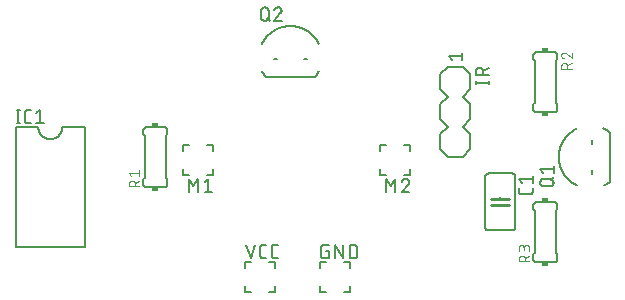
<source format=gbr>
G04 EAGLE Gerber RS-274X export*
G75*
%MOMM*%
%FSLAX34Y34*%
%LPD*%
%INSilkscreen Top*%
%IPPOS*%
%AMOC8*
5,1,8,0,0,1.08239X$1,22.5*%
G01*
%ADD10C,0.152400*%
%ADD11C,0.254000*%
%ADD12C,0.127000*%
%ADD13R,0.508000X0.381000*%
%ADD14C,0.101600*%


D10*
X495300Y135890D02*
X495300Y92710D01*
X469900Y92710D02*
X469900Y135890D01*
X472440Y90170D02*
X492760Y90170D01*
X492760Y138430D02*
X472440Y138430D01*
X495300Y92710D02*
X495298Y92610D01*
X495292Y92511D01*
X495282Y92411D01*
X495269Y92313D01*
X495251Y92214D01*
X495230Y92117D01*
X495205Y92021D01*
X495176Y91925D01*
X495143Y91831D01*
X495107Y91738D01*
X495067Y91647D01*
X495023Y91557D01*
X494976Y91469D01*
X494926Y91383D01*
X494872Y91299D01*
X494815Y91217D01*
X494755Y91138D01*
X494691Y91060D01*
X494625Y90986D01*
X494556Y90914D01*
X494484Y90845D01*
X494410Y90779D01*
X494332Y90715D01*
X494253Y90655D01*
X494171Y90598D01*
X494087Y90544D01*
X494001Y90494D01*
X493913Y90447D01*
X493823Y90403D01*
X493732Y90363D01*
X493639Y90327D01*
X493545Y90294D01*
X493449Y90265D01*
X493353Y90240D01*
X493256Y90219D01*
X493157Y90201D01*
X493059Y90188D01*
X492959Y90178D01*
X492860Y90172D01*
X492760Y90170D01*
X495300Y135890D02*
X495298Y135990D01*
X495292Y136089D01*
X495282Y136189D01*
X495269Y136287D01*
X495251Y136386D01*
X495230Y136483D01*
X495205Y136579D01*
X495176Y136675D01*
X495143Y136769D01*
X495107Y136862D01*
X495067Y136953D01*
X495023Y137043D01*
X494976Y137131D01*
X494926Y137217D01*
X494872Y137301D01*
X494815Y137383D01*
X494755Y137462D01*
X494691Y137540D01*
X494625Y137614D01*
X494556Y137686D01*
X494484Y137755D01*
X494410Y137821D01*
X494332Y137885D01*
X494253Y137945D01*
X494171Y138002D01*
X494087Y138056D01*
X494001Y138106D01*
X493913Y138153D01*
X493823Y138197D01*
X493732Y138237D01*
X493639Y138273D01*
X493545Y138306D01*
X493449Y138335D01*
X493353Y138360D01*
X493256Y138381D01*
X493157Y138399D01*
X493059Y138412D01*
X492959Y138422D01*
X492860Y138428D01*
X492760Y138430D01*
X469900Y92710D02*
X469902Y92610D01*
X469908Y92511D01*
X469918Y92411D01*
X469931Y92313D01*
X469949Y92214D01*
X469970Y92117D01*
X469995Y92021D01*
X470024Y91925D01*
X470057Y91831D01*
X470093Y91738D01*
X470133Y91647D01*
X470177Y91557D01*
X470224Y91469D01*
X470274Y91383D01*
X470328Y91299D01*
X470385Y91217D01*
X470445Y91138D01*
X470509Y91060D01*
X470575Y90986D01*
X470644Y90914D01*
X470716Y90845D01*
X470790Y90779D01*
X470868Y90715D01*
X470947Y90655D01*
X471029Y90598D01*
X471113Y90544D01*
X471199Y90494D01*
X471287Y90447D01*
X471377Y90403D01*
X471468Y90363D01*
X471561Y90327D01*
X471655Y90294D01*
X471751Y90265D01*
X471847Y90240D01*
X471944Y90219D01*
X472043Y90201D01*
X472141Y90188D01*
X472241Y90178D01*
X472340Y90172D01*
X472440Y90170D01*
X469900Y135890D02*
X469902Y135990D01*
X469908Y136089D01*
X469918Y136189D01*
X469931Y136287D01*
X469949Y136386D01*
X469970Y136483D01*
X469995Y136579D01*
X470024Y136675D01*
X470057Y136769D01*
X470093Y136862D01*
X470133Y136953D01*
X470177Y137043D01*
X470224Y137131D01*
X470274Y137217D01*
X470328Y137301D01*
X470385Y137383D01*
X470445Y137462D01*
X470509Y137540D01*
X470575Y137614D01*
X470644Y137686D01*
X470716Y137755D01*
X470790Y137821D01*
X470868Y137885D01*
X470947Y137945D01*
X471029Y138002D01*
X471113Y138056D01*
X471199Y138106D01*
X471287Y138153D01*
X471377Y138197D01*
X471468Y138237D01*
X471561Y138273D01*
X471655Y138306D01*
X471751Y138335D01*
X471847Y138360D01*
X471944Y138381D01*
X472043Y138399D01*
X472141Y138412D01*
X472241Y138422D01*
X472340Y138428D01*
X472440Y138430D01*
X482600Y111760D02*
X482600Y110490D01*
D11*
X482600Y111760D02*
X490220Y111760D01*
X482600Y111760D02*
X474980Y111760D01*
X482600Y116840D02*
X490220Y116840D01*
X482600Y116840D02*
X474980Y116840D01*
D10*
X482600Y116840D02*
X482600Y118110D01*
D12*
X509905Y123153D02*
X509905Y125693D01*
X509905Y123153D02*
X509903Y123053D01*
X509897Y122954D01*
X509887Y122854D01*
X509874Y122756D01*
X509856Y122657D01*
X509835Y122560D01*
X509810Y122464D01*
X509781Y122368D01*
X509748Y122274D01*
X509712Y122181D01*
X509672Y122090D01*
X509628Y122000D01*
X509581Y121912D01*
X509531Y121826D01*
X509477Y121742D01*
X509420Y121660D01*
X509360Y121581D01*
X509296Y121503D01*
X509230Y121429D01*
X509161Y121357D01*
X509089Y121288D01*
X509015Y121222D01*
X508937Y121158D01*
X508858Y121098D01*
X508776Y121041D01*
X508692Y120987D01*
X508606Y120937D01*
X508518Y120890D01*
X508428Y120846D01*
X508337Y120806D01*
X508244Y120770D01*
X508150Y120737D01*
X508054Y120708D01*
X507958Y120683D01*
X507861Y120662D01*
X507762Y120644D01*
X507664Y120631D01*
X507564Y120621D01*
X507465Y120615D01*
X507365Y120613D01*
X501015Y120613D01*
X500915Y120615D01*
X500816Y120621D01*
X500716Y120631D01*
X500618Y120644D01*
X500519Y120662D01*
X500422Y120683D01*
X500326Y120708D01*
X500230Y120737D01*
X500136Y120770D01*
X500043Y120806D01*
X499952Y120846D01*
X499862Y120890D01*
X499774Y120937D01*
X499688Y120987D01*
X499604Y121041D01*
X499522Y121098D01*
X499443Y121158D01*
X499365Y121222D01*
X499291Y121288D01*
X499219Y121357D01*
X499150Y121429D01*
X499084Y121503D01*
X499020Y121581D01*
X498960Y121660D01*
X498903Y121742D01*
X498849Y121826D01*
X498799Y121912D01*
X498752Y122000D01*
X498708Y122090D01*
X498668Y122181D01*
X498632Y122274D01*
X498599Y122368D01*
X498570Y122464D01*
X498545Y122560D01*
X498524Y122657D01*
X498506Y122756D01*
X498493Y122854D01*
X498483Y122954D01*
X498477Y123053D01*
X498475Y123153D01*
X498475Y125693D01*
X501015Y130175D02*
X498475Y133350D01*
X509905Y133350D01*
X509905Y130175D02*
X509905Y136525D01*
D10*
X130810Y177800D02*
X130810Y76200D01*
X72390Y76200D02*
X72390Y177800D01*
X72390Y76200D02*
X130810Y76200D01*
X130810Y177800D02*
X111760Y177800D01*
X91440Y177800D02*
X72390Y177800D01*
X91440Y177800D02*
X91443Y177553D01*
X91452Y177305D01*
X91467Y177058D01*
X91488Y176812D01*
X91515Y176566D01*
X91548Y176321D01*
X91587Y176076D01*
X91632Y175833D01*
X91683Y175591D01*
X91740Y175350D01*
X91802Y175111D01*
X91871Y174873D01*
X91945Y174637D01*
X92025Y174403D01*
X92110Y174171D01*
X92202Y173941D01*
X92298Y173713D01*
X92401Y173488D01*
X92508Y173265D01*
X92622Y173045D01*
X92740Y172828D01*
X92864Y172613D01*
X92993Y172402D01*
X93127Y172194D01*
X93266Y171989D01*
X93410Y171788D01*
X93558Y171590D01*
X93712Y171396D01*
X93870Y171206D01*
X94033Y171020D01*
X94200Y170838D01*
X94372Y170660D01*
X94548Y170486D01*
X94728Y170316D01*
X94913Y170151D01*
X95101Y169991D01*
X95293Y169835D01*
X95489Y169683D01*
X95688Y169537D01*
X95891Y169395D01*
X96098Y169259D01*
X96307Y169127D01*
X96520Y169001D01*
X96736Y168880D01*
X96954Y168764D01*
X97176Y168654D01*
X97400Y168549D01*
X97626Y168449D01*
X97855Y168355D01*
X98086Y168267D01*
X98320Y168184D01*
X98555Y168107D01*
X98792Y168036D01*
X99030Y167970D01*
X99270Y167911D01*
X99512Y167857D01*
X99755Y167809D01*
X99998Y167767D01*
X100243Y167731D01*
X100489Y167701D01*
X100735Y167677D01*
X100982Y167659D01*
X101229Y167647D01*
X101476Y167641D01*
X101724Y167641D01*
X101971Y167647D01*
X102218Y167659D01*
X102465Y167677D01*
X102711Y167701D01*
X102957Y167731D01*
X103202Y167767D01*
X103445Y167809D01*
X103688Y167857D01*
X103930Y167911D01*
X104170Y167970D01*
X104408Y168036D01*
X104645Y168107D01*
X104880Y168184D01*
X105114Y168267D01*
X105345Y168355D01*
X105574Y168449D01*
X105800Y168549D01*
X106024Y168654D01*
X106246Y168764D01*
X106464Y168880D01*
X106680Y169001D01*
X106893Y169127D01*
X107102Y169259D01*
X107309Y169395D01*
X107512Y169537D01*
X107711Y169683D01*
X107907Y169835D01*
X108099Y169991D01*
X108287Y170151D01*
X108472Y170316D01*
X108652Y170486D01*
X108828Y170660D01*
X109000Y170838D01*
X109167Y171020D01*
X109330Y171206D01*
X109488Y171396D01*
X109642Y171590D01*
X109790Y171788D01*
X109934Y171989D01*
X110073Y172194D01*
X110207Y172402D01*
X110336Y172613D01*
X110460Y172828D01*
X110578Y173045D01*
X110692Y173265D01*
X110799Y173488D01*
X110902Y173713D01*
X110998Y173941D01*
X111090Y174171D01*
X111175Y174403D01*
X111255Y174637D01*
X111329Y174873D01*
X111398Y175111D01*
X111460Y175350D01*
X111517Y175591D01*
X111568Y175833D01*
X111613Y176076D01*
X111652Y176321D01*
X111685Y176566D01*
X111712Y176812D01*
X111733Y177058D01*
X111748Y177305D01*
X111757Y177553D01*
X111760Y177800D01*
D12*
X74295Y180975D02*
X74295Y192405D01*
X73025Y180975D02*
X75565Y180975D01*
X75565Y192405D02*
X73025Y192405D01*
X82767Y180975D02*
X85307Y180975D01*
X82767Y180975D02*
X82667Y180977D01*
X82568Y180983D01*
X82468Y180993D01*
X82370Y181006D01*
X82271Y181024D01*
X82174Y181045D01*
X82078Y181070D01*
X81982Y181099D01*
X81888Y181132D01*
X81795Y181168D01*
X81704Y181208D01*
X81614Y181252D01*
X81526Y181299D01*
X81440Y181349D01*
X81356Y181403D01*
X81274Y181460D01*
X81195Y181520D01*
X81117Y181584D01*
X81043Y181650D01*
X80971Y181719D01*
X80902Y181791D01*
X80836Y181865D01*
X80772Y181943D01*
X80712Y182022D01*
X80655Y182104D01*
X80601Y182188D01*
X80551Y182274D01*
X80504Y182362D01*
X80460Y182452D01*
X80420Y182543D01*
X80384Y182636D01*
X80351Y182730D01*
X80322Y182826D01*
X80297Y182922D01*
X80276Y183019D01*
X80258Y183118D01*
X80245Y183216D01*
X80235Y183316D01*
X80229Y183415D01*
X80227Y183515D01*
X80227Y189865D01*
X80229Y189965D01*
X80235Y190064D01*
X80245Y190164D01*
X80258Y190262D01*
X80276Y190361D01*
X80297Y190458D01*
X80322Y190554D01*
X80351Y190650D01*
X80384Y190744D01*
X80420Y190837D01*
X80460Y190928D01*
X80504Y191018D01*
X80551Y191106D01*
X80601Y191192D01*
X80655Y191276D01*
X80712Y191358D01*
X80772Y191437D01*
X80836Y191515D01*
X80902Y191589D01*
X80971Y191661D01*
X81043Y191730D01*
X81117Y191796D01*
X81195Y191860D01*
X81274Y191920D01*
X81356Y191977D01*
X81440Y192031D01*
X81526Y192081D01*
X81614Y192128D01*
X81704Y192172D01*
X81795Y192212D01*
X81888Y192248D01*
X81982Y192281D01*
X82078Y192310D01*
X82174Y192335D01*
X82271Y192356D01*
X82370Y192374D01*
X82468Y192387D01*
X82568Y192397D01*
X82667Y192403D01*
X82767Y192405D01*
X85307Y192405D01*
X89789Y189865D02*
X92964Y192405D01*
X92964Y180975D01*
X89789Y180975D02*
X96139Y180975D01*
D10*
X457200Y209550D02*
X457200Y222250D01*
X457200Y209550D02*
X450850Y203200D01*
X438150Y203200D02*
X431800Y209550D01*
X450850Y203200D02*
X457200Y196850D01*
X457200Y184150D01*
X450850Y177800D01*
X438150Y177800D02*
X431800Y184150D01*
X431800Y196850D01*
X438150Y203200D01*
X438150Y228600D02*
X450850Y228600D01*
X457200Y222250D01*
X438150Y228600D02*
X431800Y222250D01*
X431800Y209550D01*
X450850Y177800D02*
X457200Y171450D01*
X457200Y158750D01*
X450850Y152400D01*
X438150Y152400D02*
X431800Y158750D01*
X431800Y171450D01*
X438150Y177800D01*
X438150Y152400D02*
X450850Y152400D01*
D12*
X441325Y234315D02*
X438785Y237490D01*
X450215Y237490D01*
X450215Y234315D02*
X450215Y240665D01*
X461645Y215182D02*
X473075Y215182D01*
X473075Y213912D02*
X473075Y216452D01*
X461645Y216452D02*
X461645Y213912D01*
X461645Y221615D02*
X473075Y221615D01*
X461645Y221615D02*
X461645Y224790D01*
X461647Y224901D01*
X461653Y225011D01*
X461662Y225122D01*
X461676Y225232D01*
X461693Y225341D01*
X461714Y225450D01*
X461739Y225558D01*
X461768Y225665D01*
X461800Y225771D01*
X461836Y225876D01*
X461876Y225979D01*
X461919Y226081D01*
X461966Y226182D01*
X462017Y226281D01*
X462070Y226378D01*
X462127Y226472D01*
X462188Y226565D01*
X462251Y226656D01*
X462318Y226745D01*
X462388Y226831D01*
X462461Y226914D01*
X462536Y226996D01*
X462614Y227074D01*
X462696Y227149D01*
X462779Y227222D01*
X462865Y227292D01*
X462954Y227359D01*
X463045Y227422D01*
X463138Y227483D01*
X463233Y227540D01*
X463329Y227593D01*
X463428Y227644D01*
X463529Y227691D01*
X463631Y227734D01*
X463734Y227774D01*
X463839Y227810D01*
X463945Y227842D01*
X464052Y227871D01*
X464160Y227896D01*
X464269Y227917D01*
X464378Y227934D01*
X464488Y227948D01*
X464599Y227957D01*
X464709Y227963D01*
X464820Y227965D01*
X464931Y227963D01*
X465041Y227957D01*
X465152Y227948D01*
X465262Y227934D01*
X465371Y227917D01*
X465480Y227896D01*
X465588Y227871D01*
X465695Y227842D01*
X465801Y227810D01*
X465906Y227774D01*
X466009Y227734D01*
X466111Y227691D01*
X466212Y227644D01*
X466311Y227593D01*
X466408Y227540D01*
X466502Y227483D01*
X466595Y227422D01*
X466686Y227359D01*
X466775Y227292D01*
X466861Y227222D01*
X466944Y227149D01*
X467026Y227074D01*
X467104Y226996D01*
X467179Y226914D01*
X467252Y226831D01*
X467322Y226745D01*
X467389Y226656D01*
X467452Y226565D01*
X467513Y226472D01*
X467570Y226378D01*
X467623Y226281D01*
X467674Y226182D01*
X467721Y226081D01*
X467764Y225979D01*
X467804Y225876D01*
X467840Y225771D01*
X467872Y225665D01*
X467901Y225558D01*
X467926Y225450D01*
X467947Y225341D01*
X467964Y225232D01*
X467978Y225122D01*
X467987Y225011D01*
X467993Y224901D01*
X467995Y224790D01*
X467995Y221615D01*
X467995Y225425D02*
X473075Y227965D01*
D10*
X213800Y142380D02*
X213800Y137300D01*
X218880Y137300D01*
X234120Y137300D02*
X239200Y137300D01*
X239200Y142380D01*
X239200Y157620D02*
X239200Y162700D01*
X234120Y162700D01*
X218880Y162700D02*
X213800Y162700D01*
X213800Y157620D01*
D12*
X219007Y134125D02*
X219007Y122695D01*
X222817Y127775D02*
X219007Y134125D01*
X222817Y127775D02*
X226627Y134125D01*
X226627Y122695D01*
X232215Y131585D02*
X235390Y134125D01*
X235390Y122695D01*
X232215Y122695D02*
X238565Y122695D01*
D10*
X380800Y137300D02*
X380800Y142380D01*
X380800Y137300D02*
X385880Y137300D01*
X401120Y137300D02*
X406200Y137300D01*
X406200Y142380D01*
X406200Y157620D02*
X406200Y162700D01*
X401120Y162700D01*
X385880Y162700D02*
X380800Y162700D01*
X380800Y157620D01*
D12*
X386007Y134125D02*
X386007Y122695D01*
X389817Y127775D02*
X386007Y134125D01*
X389817Y127775D02*
X393627Y134125D01*
X393627Y122695D01*
X402708Y134126D02*
X402812Y134124D01*
X402917Y134118D01*
X403021Y134109D01*
X403124Y134096D01*
X403227Y134078D01*
X403329Y134058D01*
X403431Y134033D01*
X403531Y134005D01*
X403631Y133973D01*
X403729Y133937D01*
X403826Y133898D01*
X403921Y133856D01*
X404015Y133810D01*
X404107Y133760D01*
X404197Y133708D01*
X404285Y133652D01*
X404371Y133592D01*
X404455Y133530D01*
X404536Y133465D01*
X404615Y133397D01*
X404692Y133325D01*
X404765Y133252D01*
X404837Y133175D01*
X404905Y133096D01*
X404970Y133015D01*
X405032Y132931D01*
X405092Y132845D01*
X405148Y132757D01*
X405200Y132667D01*
X405250Y132575D01*
X405296Y132481D01*
X405338Y132386D01*
X405377Y132289D01*
X405413Y132191D01*
X405445Y132091D01*
X405473Y131991D01*
X405498Y131889D01*
X405518Y131787D01*
X405536Y131684D01*
X405549Y131581D01*
X405558Y131477D01*
X405564Y131372D01*
X405566Y131268D01*
X402708Y134125D02*
X402590Y134123D01*
X402471Y134117D01*
X402353Y134108D01*
X402236Y134095D01*
X402119Y134077D01*
X402002Y134057D01*
X401886Y134032D01*
X401771Y134004D01*
X401658Y133971D01*
X401545Y133936D01*
X401433Y133896D01*
X401323Y133854D01*
X401214Y133807D01*
X401106Y133757D01*
X401001Y133704D01*
X400897Y133647D01*
X400795Y133587D01*
X400695Y133524D01*
X400597Y133457D01*
X400501Y133388D01*
X400408Y133315D01*
X400317Y133239D01*
X400228Y133161D01*
X400142Y133079D01*
X400059Y132995D01*
X399978Y132909D01*
X399901Y132819D01*
X399826Y132728D01*
X399754Y132634D01*
X399685Y132537D01*
X399620Y132439D01*
X399557Y132338D01*
X399498Y132235D01*
X399442Y132131D01*
X399390Y132025D01*
X399341Y131917D01*
X399296Y131808D01*
X399254Y131697D01*
X399216Y131585D01*
X404613Y129046D02*
X404689Y129121D01*
X404764Y129200D01*
X404835Y129281D01*
X404904Y129365D01*
X404969Y129451D01*
X405031Y129539D01*
X405091Y129629D01*
X405147Y129721D01*
X405200Y129816D01*
X405249Y129912D01*
X405295Y130010D01*
X405338Y130109D01*
X405377Y130210D01*
X405412Y130312D01*
X405444Y130415D01*
X405472Y130519D01*
X405497Y130624D01*
X405518Y130731D01*
X405535Y130837D01*
X405548Y130944D01*
X405557Y131052D01*
X405563Y131160D01*
X405565Y131268D01*
X404613Y129045D02*
X399215Y122695D01*
X405565Y122695D01*
X575310Y131455D02*
X575310Y173345D01*
X547441Y176530D02*
X546858Y176247D01*
X546281Y175949D01*
X545712Y175638D01*
X545151Y175313D01*
X544598Y174974D01*
X544053Y174622D01*
X543517Y174257D01*
X542990Y173879D01*
X542473Y173488D01*
X541965Y173085D01*
X541467Y172669D01*
X540979Y172242D01*
X540502Y171803D01*
X540035Y171352D01*
X539580Y170890D01*
X539136Y170417D01*
X538704Y169934D01*
X538283Y169440D01*
X537875Y168936D01*
X537479Y168422D01*
X537096Y167899D01*
X536725Y167367D01*
X536368Y166826D01*
X536024Y166276D01*
X535693Y165718D01*
X535376Y165152D01*
X535073Y164579D01*
X534784Y163998D01*
X534509Y163411D01*
X534248Y162817D01*
X534002Y162217D01*
X533771Y161611D01*
X533554Y160999D01*
X533353Y160383D01*
X533166Y159762D01*
X532995Y159136D01*
X532839Y158507D01*
X532698Y157874D01*
X532572Y157237D01*
X532463Y156598D01*
X532368Y155957D01*
X532290Y155313D01*
X532227Y154667D01*
X532179Y154020D01*
X532148Y153373D01*
X532132Y152724D01*
X532132Y152076D01*
X532148Y151427D01*
X532179Y150780D01*
X532227Y150133D01*
X532290Y149487D01*
X532368Y148843D01*
X532463Y148202D01*
X532572Y147563D01*
X532698Y146926D01*
X532839Y146293D01*
X532995Y145664D01*
X533166Y145038D01*
X533353Y144417D01*
X533554Y143801D01*
X533771Y143189D01*
X534002Y142583D01*
X534248Y141983D01*
X534509Y141389D01*
X534784Y140802D01*
X535073Y140221D01*
X535376Y139648D01*
X535693Y139082D01*
X536024Y138524D01*
X536368Y137974D01*
X536725Y137433D01*
X537096Y136901D01*
X537479Y136378D01*
X537875Y135864D01*
X538283Y135360D01*
X538704Y134866D01*
X539136Y134383D01*
X539580Y133910D01*
X540035Y133448D01*
X540502Y132997D01*
X540979Y132558D01*
X541467Y132131D01*
X541965Y131715D01*
X542473Y131312D01*
X542990Y130921D01*
X543517Y130543D01*
X544053Y130178D01*
X544598Y129826D01*
X545151Y129487D01*
X545712Y129162D01*
X546281Y128851D01*
X546858Y128553D01*
X547441Y128270D01*
X570159Y128270D02*
X570705Y128535D01*
X571245Y128812D01*
X571778Y129101D01*
X572305Y129403D01*
X572825Y129716D01*
X573338Y130041D01*
X573843Y130378D01*
X574340Y130726D01*
X574829Y131085D01*
X575310Y131455D01*
X560070Y138359D02*
X560070Y141041D01*
X560070Y163759D02*
X560070Y166441D01*
X569918Y176642D02*
X570491Y176371D01*
X571057Y176086D01*
X571616Y175789D01*
X572168Y175478D01*
X572712Y175153D01*
X573248Y174817D01*
X573777Y174467D01*
X574297Y174105D01*
X574808Y173731D01*
X575310Y173345D01*
X524510Y127635D02*
X519430Y127635D01*
X519319Y127637D01*
X519209Y127643D01*
X519098Y127652D01*
X518988Y127666D01*
X518879Y127683D01*
X518770Y127704D01*
X518662Y127729D01*
X518555Y127758D01*
X518449Y127790D01*
X518344Y127826D01*
X518241Y127866D01*
X518139Y127909D01*
X518038Y127956D01*
X517939Y128007D01*
X517843Y128060D01*
X517748Y128117D01*
X517655Y128178D01*
X517564Y128241D01*
X517475Y128308D01*
X517389Y128378D01*
X517306Y128451D01*
X517224Y128526D01*
X517146Y128604D01*
X517071Y128686D01*
X516998Y128769D01*
X516928Y128855D01*
X516861Y128944D01*
X516798Y129035D01*
X516737Y129128D01*
X516680Y129222D01*
X516627Y129319D01*
X516576Y129418D01*
X516529Y129519D01*
X516486Y129621D01*
X516446Y129724D01*
X516410Y129829D01*
X516378Y129935D01*
X516349Y130042D01*
X516324Y130150D01*
X516303Y130259D01*
X516286Y130368D01*
X516272Y130478D01*
X516263Y130589D01*
X516257Y130699D01*
X516255Y130810D01*
X516257Y130921D01*
X516263Y131031D01*
X516272Y131142D01*
X516286Y131252D01*
X516303Y131361D01*
X516324Y131470D01*
X516349Y131578D01*
X516378Y131685D01*
X516410Y131791D01*
X516446Y131896D01*
X516486Y131999D01*
X516529Y132101D01*
X516576Y132202D01*
X516627Y132301D01*
X516680Y132398D01*
X516737Y132492D01*
X516798Y132585D01*
X516861Y132676D01*
X516928Y132765D01*
X516998Y132851D01*
X517071Y132934D01*
X517146Y133016D01*
X517224Y133094D01*
X517306Y133169D01*
X517389Y133242D01*
X517475Y133312D01*
X517564Y133379D01*
X517655Y133442D01*
X517748Y133503D01*
X517843Y133560D01*
X517939Y133613D01*
X518038Y133664D01*
X518139Y133711D01*
X518241Y133754D01*
X518344Y133794D01*
X518449Y133830D01*
X518555Y133862D01*
X518662Y133891D01*
X518770Y133916D01*
X518879Y133937D01*
X518988Y133954D01*
X519098Y133968D01*
X519209Y133977D01*
X519319Y133983D01*
X519430Y133985D01*
X524510Y133985D01*
X524621Y133983D01*
X524731Y133977D01*
X524842Y133968D01*
X524952Y133954D01*
X525061Y133937D01*
X525170Y133916D01*
X525278Y133891D01*
X525385Y133862D01*
X525491Y133830D01*
X525596Y133794D01*
X525699Y133754D01*
X525801Y133711D01*
X525902Y133664D01*
X526001Y133613D01*
X526098Y133560D01*
X526192Y133503D01*
X526285Y133442D01*
X526376Y133379D01*
X526465Y133312D01*
X526551Y133242D01*
X526634Y133169D01*
X526716Y133094D01*
X526794Y133016D01*
X526869Y132934D01*
X526942Y132851D01*
X527012Y132765D01*
X527079Y132676D01*
X527142Y132585D01*
X527203Y132492D01*
X527260Y132397D01*
X527313Y132301D01*
X527364Y132202D01*
X527411Y132101D01*
X527454Y131999D01*
X527494Y131896D01*
X527530Y131791D01*
X527562Y131685D01*
X527591Y131578D01*
X527616Y131470D01*
X527637Y131361D01*
X527654Y131252D01*
X527668Y131142D01*
X527677Y131031D01*
X527683Y130921D01*
X527685Y130810D01*
X527683Y130699D01*
X527677Y130589D01*
X527668Y130478D01*
X527654Y130368D01*
X527637Y130259D01*
X527616Y130150D01*
X527591Y130042D01*
X527562Y129935D01*
X527530Y129829D01*
X527494Y129724D01*
X527454Y129621D01*
X527411Y129519D01*
X527364Y129418D01*
X527313Y129319D01*
X527260Y129222D01*
X527203Y129128D01*
X527142Y129035D01*
X527079Y128944D01*
X527012Y128855D01*
X526942Y128769D01*
X526869Y128686D01*
X526794Y128604D01*
X526716Y128526D01*
X526634Y128451D01*
X526551Y128378D01*
X526465Y128308D01*
X526376Y128241D01*
X526285Y128178D01*
X526192Y128117D01*
X526098Y128060D01*
X526001Y128007D01*
X525902Y127956D01*
X525801Y127909D01*
X525699Y127866D01*
X525596Y127826D01*
X525491Y127790D01*
X525385Y127758D01*
X525278Y127729D01*
X525170Y127704D01*
X525061Y127683D01*
X524952Y127666D01*
X524842Y127652D01*
X524731Y127643D01*
X524621Y127637D01*
X524510Y127635D01*
X525145Y132715D02*
X527685Y135255D01*
X518795Y138696D02*
X516255Y141871D01*
X527685Y141871D01*
X527685Y138696D02*
X527685Y145046D01*
X325750Y220090D02*
X283850Y220090D01*
X280670Y247959D02*
X280953Y248543D01*
X281251Y249119D01*
X281562Y249688D01*
X281887Y250249D01*
X282226Y250802D01*
X282578Y251347D01*
X282943Y251883D01*
X283321Y252410D01*
X283712Y252927D01*
X284115Y253435D01*
X284531Y253933D01*
X284958Y254421D01*
X285397Y254898D01*
X285848Y255365D01*
X286310Y255820D01*
X286783Y256264D01*
X287266Y256696D01*
X287760Y257117D01*
X288264Y257525D01*
X288778Y257921D01*
X289301Y258304D01*
X289833Y258675D01*
X290375Y259032D01*
X290924Y259376D01*
X291482Y259707D01*
X292048Y260024D01*
X292621Y260327D01*
X293202Y260616D01*
X293789Y260891D01*
X294383Y261152D01*
X294983Y261398D01*
X295589Y261629D01*
X296201Y261846D01*
X296817Y262047D01*
X297438Y262234D01*
X298064Y262405D01*
X298693Y262561D01*
X299326Y262702D01*
X299963Y262828D01*
X300602Y262937D01*
X301243Y263032D01*
X301887Y263110D01*
X302533Y263173D01*
X303180Y263221D01*
X303827Y263252D01*
X304476Y263268D01*
X305124Y263268D01*
X305773Y263252D01*
X306420Y263221D01*
X307067Y263173D01*
X307713Y263110D01*
X308357Y263032D01*
X308998Y262937D01*
X309637Y262828D01*
X310274Y262702D01*
X310907Y262561D01*
X311536Y262405D01*
X312162Y262234D01*
X312783Y262047D01*
X313399Y261846D01*
X314011Y261629D01*
X314617Y261398D01*
X315217Y261152D01*
X315811Y260891D01*
X316398Y260616D01*
X316979Y260327D01*
X317552Y260024D01*
X318118Y259707D01*
X318676Y259376D01*
X319225Y259032D01*
X319767Y258675D01*
X320299Y258304D01*
X320822Y257921D01*
X321336Y257525D01*
X321840Y257117D01*
X322334Y256696D01*
X322817Y256264D01*
X323290Y255820D01*
X323752Y255365D01*
X324203Y254898D01*
X324642Y254421D01*
X325069Y253933D01*
X325485Y253435D01*
X325888Y252927D01*
X326279Y252410D01*
X326657Y251883D01*
X327022Y251347D01*
X327374Y250802D01*
X327713Y250249D01*
X328038Y249688D01*
X328349Y249119D01*
X328647Y248543D01*
X328930Y247959D01*
X283850Y220090D02*
X283480Y220571D01*
X283121Y221060D01*
X282773Y221557D01*
X282436Y222062D01*
X282111Y222575D01*
X281798Y223095D01*
X281496Y223622D01*
X281207Y224155D01*
X280930Y224695D01*
X280665Y225241D01*
X290760Y235330D02*
X293440Y235330D01*
X316160Y235330D02*
X318840Y235330D01*
X329047Y225482D02*
X328776Y224909D01*
X328491Y224343D01*
X328194Y223784D01*
X327883Y223232D01*
X327558Y222688D01*
X327222Y222152D01*
X326872Y221623D01*
X326510Y221103D01*
X326136Y220592D01*
X325750Y220090D01*
X280035Y270890D02*
X280035Y275970D01*
X280037Y276081D01*
X280043Y276191D01*
X280052Y276302D01*
X280066Y276412D01*
X280083Y276521D01*
X280104Y276630D01*
X280129Y276738D01*
X280158Y276845D01*
X280190Y276951D01*
X280226Y277056D01*
X280266Y277159D01*
X280309Y277261D01*
X280356Y277362D01*
X280407Y277461D01*
X280460Y277558D01*
X280517Y277652D01*
X280578Y277745D01*
X280641Y277836D01*
X280708Y277925D01*
X280778Y278011D01*
X280851Y278094D01*
X280926Y278176D01*
X281004Y278254D01*
X281086Y278329D01*
X281169Y278402D01*
X281255Y278472D01*
X281344Y278539D01*
X281435Y278602D01*
X281528Y278663D01*
X281623Y278720D01*
X281719Y278773D01*
X281818Y278824D01*
X281919Y278871D01*
X282021Y278914D01*
X282124Y278954D01*
X282229Y278990D01*
X282335Y279022D01*
X282442Y279051D01*
X282550Y279076D01*
X282659Y279097D01*
X282768Y279114D01*
X282878Y279128D01*
X282989Y279137D01*
X283099Y279143D01*
X283210Y279145D01*
X283321Y279143D01*
X283431Y279137D01*
X283542Y279128D01*
X283652Y279114D01*
X283761Y279097D01*
X283870Y279076D01*
X283978Y279051D01*
X284085Y279022D01*
X284191Y278990D01*
X284296Y278954D01*
X284399Y278914D01*
X284501Y278871D01*
X284602Y278824D01*
X284701Y278773D01*
X284798Y278720D01*
X284892Y278663D01*
X284985Y278602D01*
X285076Y278539D01*
X285165Y278472D01*
X285251Y278402D01*
X285334Y278329D01*
X285416Y278254D01*
X285494Y278176D01*
X285569Y278094D01*
X285642Y278011D01*
X285712Y277925D01*
X285779Y277836D01*
X285842Y277745D01*
X285903Y277652D01*
X285960Y277558D01*
X286013Y277461D01*
X286064Y277362D01*
X286111Y277261D01*
X286154Y277159D01*
X286194Y277056D01*
X286230Y276951D01*
X286262Y276845D01*
X286291Y276738D01*
X286316Y276630D01*
X286337Y276521D01*
X286354Y276412D01*
X286368Y276302D01*
X286377Y276191D01*
X286383Y276081D01*
X286385Y275970D01*
X286385Y270890D01*
X286383Y270779D01*
X286377Y270669D01*
X286368Y270558D01*
X286354Y270448D01*
X286337Y270339D01*
X286316Y270230D01*
X286291Y270122D01*
X286262Y270015D01*
X286230Y269909D01*
X286194Y269804D01*
X286154Y269701D01*
X286111Y269599D01*
X286064Y269498D01*
X286013Y269399D01*
X285960Y269302D01*
X285903Y269208D01*
X285842Y269115D01*
X285779Y269024D01*
X285712Y268935D01*
X285642Y268849D01*
X285569Y268766D01*
X285494Y268684D01*
X285416Y268606D01*
X285334Y268531D01*
X285251Y268458D01*
X285165Y268388D01*
X285076Y268321D01*
X284985Y268258D01*
X284892Y268197D01*
X284797Y268140D01*
X284701Y268087D01*
X284602Y268036D01*
X284501Y267989D01*
X284399Y267946D01*
X284296Y267906D01*
X284191Y267870D01*
X284085Y267838D01*
X283978Y267809D01*
X283870Y267784D01*
X283761Y267763D01*
X283652Y267746D01*
X283542Y267732D01*
X283431Y267723D01*
X283321Y267717D01*
X283210Y267715D01*
X283099Y267717D01*
X282989Y267723D01*
X282878Y267732D01*
X282768Y267746D01*
X282659Y267763D01*
X282550Y267784D01*
X282442Y267809D01*
X282335Y267838D01*
X282229Y267870D01*
X282124Y267906D01*
X282021Y267946D01*
X281919Y267989D01*
X281818Y268036D01*
X281719Y268087D01*
X281623Y268140D01*
X281528Y268197D01*
X281435Y268258D01*
X281344Y268321D01*
X281255Y268388D01*
X281169Y268458D01*
X281086Y268531D01*
X281004Y268606D01*
X280926Y268684D01*
X280851Y268766D01*
X280778Y268849D01*
X280708Y268935D01*
X280641Y269024D01*
X280578Y269115D01*
X280517Y269208D01*
X280460Y269303D01*
X280407Y269399D01*
X280356Y269498D01*
X280309Y269599D01*
X280266Y269701D01*
X280226Y269804D01*
X280190Y269909D01*
X280158Y270015D01*
X280129Y270122D01*
X280104Y270230D01*
X280083Y270339D01*
X280066Y270448D01*
X280052Y270558D01*
X280043Y270669D01*
X280037Y270779D01*
X280035Y270890D01*
X285115Y270255D02*
X287655Y267715D01*
X297446Y276288D02*
X297444Y276392D01*
X297438Y276497D01*
X297429Y276601D01*
X297416Y276704D01*
X297398Y276807D01*
X297378Y276909D01*
X297353Y277011D01*
X297325Y277111D01*
X297293Y277211D01*
X297257Y277309D01*
X297218Y277406D01*
X297176Y277501D01*
X297130Y277595D01*
X297080Y277687D01*
X297028Y277777D01*
X296972Y277865D01*
X296912Y277951D01*
X296850Y278035D01*
X296785Y278116D01*
X296717Y278195D01*
X296645Y278272D01*
X296572Y278345D01*
X296495Y278417D01*
X296416Y278485D01*
X296335Y278550D01*
X296251Y278612D01*
X296165Y278672D01*
X296077Y278728D01*
X295987Y278780D01*
X295895Y278830D01*
X295801Y278876D01*
X295706Y278918D01*
X295609Y278957D01*
X295511Y278993D01*
X295411Y279025D01*
X295311Y279053D01*
X295209Y279078D01*
X295107Y279098D01*
X295004Y279116D01*
X294901Y279129D01*
X294797Y279138D01*
X294692Y279144D01*
X294588Y279146D01*
X294588Y279145D02*
X294470Y279143D01*
X294351Y279137D01*
X294233Y279128D01*
X294116Y279115D01*
X293999Y279097D01*
X293882Y279077D01*
X293766Y279052D01*
X293651Y279024D01*
X293538Y278991D01*
X293425Y278956D01*
X293313Y278916D01*
X293203Y278874D01*
X293094Y278827D01*
X292986Y278777D01*
X292881Y278724D01*
X292777Y278667D01*
X292675Y278607D01*
X292575Y278544D01*
X292477Y278477D01*
X292381Y278408D01*
X292288Y278335D01*
X292197Y278259D01*
X292108Y278181D01*
X292022Y278099D01*
X291939Y278015D01*
X291858Y277929D01*
X291781Y277839D01*
X291706Y277748D01*
X291634Y277654D01*
X291565Y277557D01*
X291500Y277459D01*
X291437Y277358D01*
X291378Y277255D01*
X291322Y277151D01*
X291270Y277045D01*
X291221Y276937D01*
X291176Y276828D01*
X291134Y276717D01*
X291096Y276605D01*
X296493Y274066D02*
X296569Y274141D01*
X296644Y274220D01*
X296715Y274301D01*
X296784Y274385D01*
X296849Y274471D01*
X296911Y274559D01*
X296971Y274649D01*
X297027Y274741D01*
X297080Y274836D01*
X297129Y274932D01*
X297175Y275030D01*
X297218Y275129D01*
X297257Y275230D01*
X297292Y275332D01*
X297324Y275435D01*
X297352Y275539D01*
X297377Y275644D01*
X297398Y275751D01*
X297415Y275857D01*
X297428Y275964D01*
X297437Y276072D01*
X297443Y276180D01*
X297445Y276288D01*
X296493Y274065D02*
X291096Y267715D01*
X297446Y267715D01*
D10*
X180340Y129540D02*
X180342Y129440D01*
X180348Y129341D01*
X180358Y129241D01*
X180371Y129143D01*
X180389Y129044D01*
X180410Y128947D01*
X180435Y128851D01*
X180464Y128755D01*
X180497Y128661D01*
X180533Y128568D01*
X180573Y128477D01*
X180617Y128387D01*
X180664Y128299D01*
X180714Y128213D01*
X180768Y128129D01*
X180825Y128047D01*
X180885Y127968D01*
X180949Y127890D01*
X181015Y127816D01*
X181084Y127744D01*
X181156Y127675D01*
X181230Y127609D01*
X181308Y127545D01*
X181387Y127485D01*
X181469Y127428D01*
X181553Y127374D01*
X181639Y127324D01*
X181727Y127277D01*
X181817Y127233D01*
X181908Y127193D01*
X182001Y127157D01*
X182095Y127124D01*
X182191Y127095D01*
X182287Y127070D01*
X182384Y127049D01*
X182483Y127031D01*
X182581Y127018D01*
X182681Y127008D01*
X182780Y127002D01*
X182880Y127000D01*
X198120Y127000D02*
X198220Y127002D01*
X198319Y127008D01*
X198419Y127018D01*
X198517Y127031D01*
X198616Y127049D01*
X198713Y127070D01*
X198809Y127095D01*
X198905Y127124D01*
X198999Y127157D01*
X199092Y127193D01*
X199183Y127233D01*
X199273Y127277D01*
X199361Y127324D01*
X199447Y127374D01*
X199531Y127428D01*
X199613Y127485D01*
X199692Y127545D01*
X199770Y127609D01*
X199844Y127675D01*
X199916Y127744D01*
X199985Y127816D01*
X200051Y127890D01*
X200115Y127968D01*
X200175Y128047D01*
X200232Y128129D01*
X200286Y128213D01*
X200336Y128299D01*
X200383Y128387D01*
X200427Y128477D01*
X200467Y128568D01*
X200503Y128661D01*
X200536Y128755D01*
X200565Y128851D01*
X200590Y128947D01*
X200611Y129044D01*
X200629Y129143D01*
X200642Y129241D01*
X200652Y129341D01*
X200658Y129440D01*
X200660Y129540D01*
X200660Y175260D02*
X200658Y175360D01*
X200652Y175459D01*
X200642Y175559D01*
X200629Y175657D01*
X200611Y175756D01*
X200590Y175853D01*
X200565Y175949D01*
X200536Y176045D01*
X200503Y176139D01*
X200467Y176232D01*
X200427Y176323D01*
X200383Y176413D01*
X200336Y176501D01*
X200286Y176587D01*
X200232Y176671D01*
X200175Y176753D01*
X200115Y176832D01*
X200051Y176910D01*
X199985Y176984D01*
X199916Y177056D01*
X199844Y177125D01*
X199770Y177191D01*
X199692Y177255D01*
X199613Y177315D01*
X199531Y177372D01*
X199447Y177426D01*
X199361Y177476D01*
X199273Y177523D01*
X199183Y177567D01*
X199092Y177607D01*
X198999Y177643D01*
X198905Y177676D01*
X198809Y177705D01*
X198713Y177730D01*
X198616Y177751D01*
X198517Y177769D01*
X198419Y177782D01*
X198319Y177792D01*
X198220Y177798D01*
X198120Y177800D01*
X182880Y177800D02*
X182780Y177798D01*
X182681Y177792D01*
X182581Y177782D01*
X182483Y177769D01*
X182384Y177751D01*
X182287Y177730D01*
X182191Y177705D01*
X182095Y177676D01*
X182001Y177643D01*
X181908Y177607D01*
X181817Y177567D01*
X181727Y177523D01*
X181639Y177476D01*
X181553Y177426D01*
X181469Y177372D01*
X181387Y177315D01*
X181308Y177255D01*
X181230Y177191D01*
X181156Y177125D01*
X181084Y177056D01*
X181015Y176984D01*
X180949Y176910D01*
X180885Y176832D01*
X180825Y176753D01*
X180768Y176671D01*
X180714Y176587D01*
X180664Y176501D01*
X180617Y176413D01*
X180573Y176323D01*
X180533Y176232D01*
X180497Y176139D01*
X180464Y176045D01*
X180435Y175949D01*
X180410Y175853D01*
X180389Y175756D01*
X180371Y175657D01*
X180358Y175559D01*
X180348Y175459D01*
X180342Y175360D01*
X180340Y175260D01*
X182880Y127000D02*
X198120Y127000D01*
X180340Y129540D02*
X180340Y133350D01*
X181610Y134620D01*
X200660Y133350D02*
X200660Y129540D01*
X200660Y133350D02*
X199390Y134620D01*
X181610Y170180D02*
X180340Y171450D01*
X181610Y170180D02*
X181610Y134620D01*
X199390Y170180D02*
X200660Y171450D01*
X199390Y170180D02*
X199390Y134620D01*
X180340Y171450D02*
X180340Y175260D01*
X200660Y175260D02*
X200660Y171450D01*
X198120Y177800D02*
X182880Y177800D01*
D13*
X190500Y179705D03*
X190500Y125095D03*
D14*
X177038Y127508D02*
X168148Y127508D01*
X168148Y129977D01*
X168150Y130075D01*
X168156Y130173D01*
X168166Y130271D01*
X168179Y130368D01*
X168197Y130465D01*
X168218Y130561D01*
X168243Y130655D01*
X168272Y130749D01*
X168304Y130842D01*
X168341Y130933D01*
X168380Y131023D01*
X168424Y131111D01*
X168471Y131197D01*
X168521Y131282D01*
X168574Y131364D01*
X168631Y131444D01*
X168691Y131522D01*
X168754Y131597D01*
X168820Y131670D01*
X168889Y131740D01*
X168960Y131807D01*
X169034Y131872D01*
X169111Y131933D01*
X169190Y131992D01*
X169271Y132047D01*
X169354Y132099D01*
X169440Y132147D01*
X169527Y132192D01*
X169616Y132234D01*
X169706Y132272D01*
X169798Y132306D01*
X169891Y132337D01*
X169986Y132364D01*
X170081Y132387D01*
X170178Y132407D01*
X170274Y132422D01*
X170372Y132434D01*
X170470Y132442D01*
X170568Y132446D01*
X170666Y132446D01*
X170764Y132442D01*
X170862Y132434D01*
X170960Y132422D01*
X171056Y132407D01*
X171153Y132387D01*
X171248Y132364D01*
X171343Y132337D01*
X171436Y132306D01*
X171528Y132272D01*
X171618Y132234D01*
X171707Y132192D01*
X171794Y132147D01*
X171880Y132099D01*
X171963Y132047D01*
X172044Y131992D01*
X172123Y131933D01*
X172200Y131872D01*
X172274Y131807D01*
X172345Y131740D01*
X172414Y131670D01*
X172480Y131597D01*
X172543Y131522D01*
X172603Y131444D01*
X172660Y131364D01*
X172713Y131282D01*
X172763Y131197D01*
X172810Y131111D01*
X172854Y131023D01*
X172893Y130933D01*
X172930Y130842D01*
X172962Y130749D01*
X172991Y130655D01*
X173016Y130561D01*
X173037Y130465D01*
X173055Y130368D01*
X173068Y130271D01*
X173078Y130173D01*
X173084Y130075D01*
X173086Y129977D01*
X173087Y129977D02*
X173087Y127508D01*
X173087Y130471D02*
X177038Y132447D01*
X170124Y136358D02*
X168148Y138827D01*
X177038Y138827D01*
X177038Y136358D02*
X177038Y141297D01*
D10*
X528320Y241300D02*
X528420Y241298D01*
X528519Y241292D01*
X528619Y241282D01*
X528717Y241269D01*
X528816Y241251D01*
X528913Y241230D01*
X529009Y241205D01*
X529105Y241176D01*
X529199Y241143D01*
X529292Y241107D01*
X529383Y241067D01*
X529473Y241023D01*
X529561Y240976D01*
X529647Y240926D01*
X529731Y240872D01*
X529813Y240815D01*
X529892Y240755D01*
X529970Y240691D01*
X530044Y240625D01*
X530116Y240556D01*
X530185Y240484D01*
X530251Y240410D01*
X530315Y240332D01*
X530375Y240253D01*
X530432Y240171D01*
X530486Y240087D01*
X530536Y240001D01*
X530583Y239913D01*
X530627Y239823D01*
X530667Y239732D01*
X530703Y239639D01*
X530736Y239545D01*
X530765Y239449D01*
X530790Y239353D01*
X530811Y239256D01*
X530829Y239157D01*
X530842Y239059D01*
X530852Y238959D01*
X530858Y238860D01*
X530860Y238760D01*
X513080Y241300D02*
X512980Y241298D01*
X512881Y241292D01*
X512781Y241282D01*
X512683Y241269D01*
X512584Y241251D01*
X512487Y241230D01*
X512391Y241205D01*
X512295Y241176D01*
X512201Y241143D01*
X512108Y241107D01*
X512017Y241067D01*
X511927Y241023D01*
X511839Y240976D01*
X511753Y240926D01*
X511669Y240872D01*
X511587Y240815D01*
X511508Y240755D01*
X511430Y240691D01*
X511356Y240625D01*
X511284Y240556D01*
X511215Y240484D01*
X511149Y240410D01*
X511085Y240332D01*
X511025Y240253D01*
X510968Y240171D01*
X510914Y240087D01*
X510864Y240001D01*
X510817Y239913D01*
X510773Y239823D01*
X510733Y239732D01*
X510697Y239639D01*
X510664Y239545D01*
X510635Y239449D01*
X510610Y239353D01*
X510589Y239256D01*
X510571Y239157D01*
X510558Y239059D01*
X510548Y238959D01*
X510542Y238860D01*
X510540Y238760D01*
X510540Y193040D02*
X510542Y192940D01*
X510548Y192841D01*
X510558Y192741D01*
X510571Y192643D01*
X510589Y192544D01*
X510610Y192447D01*
X510635Y192351D01*
X510664Y192255D01*
X510697Y192161D01*
X510733Y192068D01*
X510773Y191977D01*
X510817Y191887D01*
X510864Y191799D01*
X510914Y191713D01*
X510968Y191629D01*
X511025Y191547D01*
X511085Y191468D01*
X511149Y191390D01*
X511215Y191316D01*
X511284Y191244D01*
X511356Y191175D01*
X511430Y191109D01*
X511508Y191045D01*
X511587Y190985D01*
X511669Y190928D01*
X511753Y190874D01*
X511839Y190824D01*
X511927Y190777D01*
X512017Y190733D01*
X512108Y190693D01*
X512201Y190657D01*
X512295Y190624D01*
X512391Y190595D01*
X512487Y190570D01*
X512584Y190549D01*
X512683Y190531D01*
X512781Y190518D01*
X512881Y190508D01*
X512980Y190502D01*
X513080Y190500D01*
X528320Y190500D02*
X528420Y190502D01*
X528519Y190508D01*
X528619Y190518D01*
X528717Y190531D01*
X528816Y190549D01*
X528913Y190570D01*
X529009Y190595D01*
X529105Y190624D01*
X529199Y190657D01*
X529292Y190693D01*
X529383Y190733D01*
X529473Y190777D01*
X529561Y190824D01*
X529647Y190874D01*
X529731Y190928D01*
X529813Y190985D01*
X529892Y191045D01*
X529970Y191109D01*
X530044Y191175D01*
X530116Y191244D01*
X530185Y191316D01*
X530251Y191390D01*
X530315Y191468D01*
X530375Y191547D01*
X530432Y191629D01*
X530486Y191713D01*
X530536Y191799D01*
X530583Y191887D01*
X530627Y191977D01*
X530667Y192068D01*
X530703Y192161D01*
X530736Y192255D01*
X530765Y192351D01*
X530790Y192447D01*
X530811Y192544D01*
X530829Y192643D01*
X530842Y192741D01*
X530852Y192841D01*
X530858Y192940D01*
X530860Y193040D01*
X528320Y241300D02*
X513080Y241300D01*
X530860Y238760D02*
X530860Y234950D01*
X529590Y233680D01*
X510540Y234950D02*
X510540Y238760D01*
X510540Y234950D02*
X511810Y233680D01*
X529590Y198120D02*
X530860Y196850D01*
X529590Y198120D02*
X529590Y233680D01*
X511810Y198120D02*
X510540Y196850D01*
X511810Y198120D02*
X511810Y233680D01*
X530860Y196850D02*
X530860Y193040D01*
X510540Y193040D02*
X510540Y196850D01*
X513080Y190500D02*
X528320Y190500D01*
D13*
X520700Y188595D03*
X520700Y243205D03*
D14*
X534162Y227003D02*
X543052Y227003D01*
X534162Y227003D02*
X534162Y229473D01*
X534164Y229571D01*
X534170Y229669D01*
X534180Y229767D01*
X534193Y229864D01*
X534211Y229961D01*
X534232Y230057D01*
X534257Y230151D01*
X534286Y230245D01*
X534318Y230338D01*
X534355Y230429D01*
X534394Y230519D01*
X534438Y230607D01*
X534485Y230693D01*
X534535Y230778D01*
X534588Y230860D01*
X534645Y230940D01*
X534705Y231018D01*
X534768Y231093D01*
X534834Y231166D01*
X534903Y231236D01*
X534974Y231303D01*
X535048Y231368D01*
X535125Y231429D01*
X535204Y231488D01*
X535285Y231543D01*
X535368Y231595D01*
X535454Y231643D01*
X535541Y231688D01*
X535630Y231730D01*
X535720Y231768D01*
X535812Y231802D01*
X535905Y231833D01*
X536000Y231860D01*
X536095Y231883D01*
X536192Y231903D01*
X536288Y231918D01*
X536386Y231930D01*
X536484Y231938D01*
X536582Y231942D01*
X536680Y231942D01*
X536778Y231938D01*
X536876Y231930D01*
X536974Y231918D01*
X537070Y231903D01*
X537167Y231883D01*
X537262Y231860D01*
X537357Y231833D01*
X537450Y231802D01*
X537542Y231768D01*
X537632Y231730D01*
X537721Y231688D01*
X537808Y231643D01*
X537894Y231595D01*
X537977Y231543D01*
X538058Y231488D01*
X538137Y231429D01*
X538214Y231368D01*
X538288Y231303D01*
X538359Y231236D01*
X538428Y231166D01*
X538494Y231093D01*
X538557Y231018D01*
X538617Y230940D01*
X538674Y230860D01*
X538727Y230778D01*
X538777Y230693D01*
X538824Y230607D01*
X538868Y230519D01*
X538907Y230429D01*
X538944Y230338D01*
X538976Y230245D01*
X539005Y230151D01*
X539030Y230057D01*
X539051Y229961D01*
X539069Y229864D01*
X539082Y229767D01*
X539092Y229669D01*
X539098Y229571D01*
X539100Y229473D01*
X539101Y229473D02*
X539101Y227003D01*
X539101Y229967D02*
X543052Y231942D01*
X536385Y240793D02*
X536293Y240791D01*
X536201Y240785D01*
X536110Y240776D01*
X536019Y240763D01*
X535929Y240746D01*
X535839Y240725D01*
X535751Y240701D01*
X535663Y240673D01*
X535577Y240641D01*
X535492Y240606D01*
X535409Y240567D01*
X535327Y240525D01*
X535247Y240480D01*
X535169Y240431D01*
X535093Y240379D01*
X535020Y240324D01*
X534948Y240266D01*
X534879Y240206D01*
X534813Y240142D01*
X534749Y240076D01*
X534689Y240007D01*
X534631Y239935D01*
X534576Y239862D01*
X534524Y239786D01*
X534475Y239708D01*
X534430Y239628D01*
X534388Y239546D01*
X534349Y239463D01*
X534314Y239378D01*
X534282Y239292D01*
X534254Y239204D01*
X534230Y239116D01*
X534209Y239026D01*
X534192Y238936D01*
X534179Y238845D01*
X534170Y238754D01*
X534164Y238662D01*
X534162Y238570D01*
X534164Y238464D01*
X534170Y238359D01*
X534180Y238254D01*
X534193Y238149D01*
X534211Y238045D01*
X534232Y237942D01*
X534257Y237839D01*
X534286Y237737D01*
X534319Y237637D01*
X534355Y237538D01*
X534395Y237440D01*
X534439Y237344D01*
X534486Y237249D01*
X534536Y237157D01*
X534590Y237066D01*
X534648Y236977D01*
X534708Y236891D01*
X534772Y236807D01*
X534838Y236725D01*
X534908Y236645D01*
X534981Y236569D01*
X535056Y236495D01*
X535134Y236424D01*
X535215Y236356D01*
X535298Y236290D01*
X535384Y236228D01*
X535471Y236170D01*
X535561Y236114D01*
X535653Y236062D01*
X535747Y236013D01*
X535842Y235968D01*
X535939Y235926D01*
X536038Y235888D01*
X536137Y235854D01*
X538114Y240051D02*
X538045Y240120D01*
X537975Y240186D01*
X537901Y240249D01*
X537825Y240308D01*
X537747Y240365D01*
X537667Y240419D01*
X537584Y240469D01*
X537500Y240516D01*
X537413Y240559D01*
X537325Y240599D01*
X537236Y240635D01*
X537145Y240668D01*
X537053Y240697D01*
X536959Y240722D01*
X536865Y240743D01*
X536770Y240761D01*
X536674Y240774D01*
X536578Y240784D01*
X536482Y240790D01*
X536385Y240792D01*
X538113Y240051D02*
X543052Y235853D01*
X543052Y240792D01*
D10*
X510540Y66040D02*
X510542Y65940D01*
X510548Y65841D01*
X510558Y65741D01*
X510571Y65643D01*
X510589Y65544D01*
X510610Y65447D01*
X510635Y65351D01*
X510664Y65255D01*
X510697Y65161D01*
X510733Y65068D01*
X510773Y64977D01*
X510817Y64887D01*
X510864Y64799D01*
X510914Y64713D01*
X510968Y64629D01*
X511025Y64547D01*
X511085Y64468D01*
X511149Y64390D01*
X511215Y64316D01*
X511284Y64244D01*
X511356Y64175D01*
X511430Y64109D01*
X511508Y64045D01*
X511587Y63985D01*
X511669Y63928D01*
X511753Y63874D01*
X511839Y63824D01*
X511927Y63777D01*
X512017Y63733D01*
X512108Y63693D01*
X512201Y63657D01*
X512295Y63624D01*
X512391Y63595D01*
X512487Y63570D01*
X512584Y63549D01*
X512683Y63531D01*
X512781Y63518D01*
X512881Y63508D01*
X512980Y63502D01*
X513080Y63500D01*
X528320Y63500D02*
X528420Y63502D01*
X528519Y63508D01*
X528619Y63518D01*
X528717Y63531D01*
X528816Y63549D01*
X528913Y63570D01*
X529009Y63595D01*
X529105Y63624D01*
X529199Y63657D01*
X529292Y63693D01*
X529383Y63733D01*
X529473Y63777D01*
X529561Y63824D01*
X529647Y63874D01*
X529731Y63928D01*
X529813Y63985D01*
X529892Y64045D01*
X529970Y64109D01*
X530044Y64175D01*
X530116Y64244D01*
X530185Y64316D01*
X530251Y64390D01*
X530315Y64468D01*
X530375Y64547D01*
X530432Y64629D01*
X530486Y64713D01*
X530536Y64799D01*
X530583Y64887D01*
X530627Y64977D01*
X530667Y65068D01*
X530703Y65161D01*
X530736Y65255D01*
X530765Y65351D01*
X530790Y65447D01*
X530811Y65544D01*
X530829Y65643D01*
X530842Y65741D01*
X530852Y65841D01*
X530858Y65940D01*
X530860Y66040D01*
X530860Y111760D02*
X530858Y111860D01*
X530852Y111959D01*
X530842Y112059D01*
X530829Y112157D01*
X530811Y112256D01*
X530790Y112353D01*
X530765Y112449D01*
X530736Y112545D01*
X530703Y112639D01*
X530667Y112732D01*
X530627Y112823D01*
X530583Y112913D01*
X530536Y113001D01*
X530486Y113087D01*
X530432Y113171D01*
X530375Y113253D01*
X530315Y113332D01*
X530251Y113410D01*
X530185Y113484D01*
X530116Y113556D01*
X530044Y113625D01*
X529970Y113691D01*
X529892Y113755D01*
X529813Y113815D01*
X529731Y113872D01*
X529647Y113926D01*
X529561Y113976D01*
X529473Y114023D01*
X529383Y114067D01*
X529292Y114107D01*
X529199Y114143D01*
X529105Y114176D01*
X529009Y114205D01*
X528913Y114230D01*
X528816Y114251D01*
X528717Y114269D01*
X528619Y114282D01*
X528519Y114292D01*
X528420Y114298D01*
X528320Y114300D01*
X513080Y114300D02*
X512980Y114298D01*
X512881Y114292D01*
X512781Y114282D01*
X512683Y114269D01*
X512584Y114251D01*
X512487Y114230D01*
X512391Y114205D01*
X512295Y114176D01*
X512201Y114143D01*
X512108Y114107D01*
X512017Y114067D01*
X511927Y114023D01*
X511839Y113976D01*
X511753Y113926D01*
X511669Y113872D01*
X511587Y113815D01*
X511508Y113755D01*
X511430Y113691D01*
X511356Y113625D01*
X511284Y113556D01*
X511215Y113484D01*
X511149Y113410D01*
X511085Y113332D01*
X511025Y113253D01*
X510968Y113171D01*
X510914Y113087D01*
X510864Y113001D01*
X510817Y112913D01*
X510773Y112823D01*
X510733Y112732D01*
X510697Y112639D01*
X510664Y112545D01*
X510635Y112449D01*
X510610Y112353D01*
X510589Y112256D01*
X510571Y112157D01*
X510558Y112059D01*
X510548Y111959D01*
X510542Y111860D01*
X510540Y111760D01*
X513080Y63500D02*
X528320Y63500D01*
X510540Y66040D02*
X510540Y69850D01*
X511810Y71120D01*
X530860Y69850D02*
X530860Y66040D01*
X530860Y69850D02*
X529590Y71120D01*
X511810Y106680D02*
X510540Y107950D01*
X511810Y106680D02*
X511810Y71120D01*
X529590Y106680D02*
X530860Y107950D01*
X529590Y106680D02*
X529590Y71120D01*
X510540Y107950D02*
X510540Y111760D01*
X530860Y111760D02*
X530860Y107950D01*
X528320Y114300D02*
X513080Y114300D01*
D13*
X520700Y116205D03*
X520700Y61595D03*
D14*
X507238Y64008D02*
X498348Y64008D01*
X498348Y66477D01*
X498350Y66575D01*
X498356Y66673D01*
X498366Y66771D01*
X498379Y66868D01*
X498397Y66965D01*
X498418Y67061D01*
X498443Y67155D01*
X498472Y67249D01*
X498504Y67342D01*
X498541Y67433D01*
X498580Y67523D01*
X498624Y67611D01*
X498671Y67697D01*
X498721Y67782D01*
X498774Y67864D01*
X498831Y67944D01*
X498891Y68022D01*
X498954Y68097D01*
X499020Y68170D01*
X499089Y68240D01*
X499160Y68307D01*
X499234Y68372D01*
X499311Y68433D01*
X499390Y68492D01*
X499471Y68547D01*
X499554Y68599D01*
X499640Y68647D01*
X499727Y68692D01*
X499816Y68734D01*
X499906Y68772D01*
X499998Y68806D01*
X500091Y68837D01*
X500186Y68864D01*
X500281Y68887D01*
X500378Y68907D01*
X500474Y68922D01*
X500572Y68934D01*
X500670Y68942D01*
X500768Y68946D01*
X500866Y68946D01*
X500964Y68942D01*
X501062Y68934D01*
X501160Y68922D01*
X501256Y68907D01*
X501353Y68887D01*
X501448Y68864D01*
X501543Y68837D01*
X501636Y68806D01*
X501728Y68772D01*
X501818Y68734D01*
X501907Y68692D01*
X501994Y68647D01*
X502080Y68599D01*
X502163Y68547D01*
X502244Y68492D01*
X502323Y68433D01*
X502400Y68372D01*
X502474Y68307D01*
X502545Y68240D01*
X502614Y68170D01*
X502680Y68097D01*
X502743Y68022D01*
X502803Y67944D01*
X502860Y67864D01*
X502913Y67782D01*
X502963Y67697D01*
X503010Y67611D01*
X503054Y67523D01*
X503093Y67433D01*
X503130Y67342D01*
X503162Y67249D01*
X503191Y67155D01*
X503216Y67061D01*
X503237Y66965D01*
X503255Y66868D01*
X503268Y66771D01*
X503278Y66673D01*
X503284Y66575D01*
X503286Y66477D01*
X503287Y66477D02*
X503287Y64008D01*
X503287Y66971D02*
X507238Y68947D01*
X507238Y72858D02*
X507238Y75327D01*
X507236Y75425D01*
X507230Y75523D01*
X507220Y75621D01*
X507207Y75718D01*
X507189Y75815D01*
X507168Y75911D01*
X507143Y76005D01*
X507114Y76099D01*
X507082Y76192D01*
X507045Y76283D01*
X507006Y76373D01*
X506962Y76461D01*
X506915Y76547D01*
X506865Y76632D01*
X506812Y76714D01*
X506755Y76794D01*
X506695Y76872D01*
X506632Y76947D01*
X506566Y77020D01*
X506497Y77090D01*
X506426Y77157D01*
X506352Y77222D01*
X506275Y77283D01*
X506196Y77342D01*
X506115Y77397D01*
X506032Y77449D01*
X505946Y77497D01*
X505859Y77542D01*
X505770Y77584D01*
X505680Y77622D01*
X505588Y77656D01*
X505495Y77687D01*
X505400Y77714D01*
X505305Y77737D01*
X505208Y77757D01*
X505112Y77772D01*
X505014Y77784D01*
X504916Y77792D01*
X504818Y77796D01*
X504720Y77796D01*
X504622Y77792D01*
X504524Y77784D01*
X504426Y77772D01*
X504330Y77757D01*
X504233Y77737D01*
X504138Y77714D01*
X504043Y77687D01*
X503950Y77656D01*
X503858Y77622D01*
X503768Y77584D01*
X503679Y77542D01*
X503592Y77497D01*
X503506Y77449D01*
X503423Y77397D01*
X503342Y77342D01*
X503263Y77283D01*
X503186Y77222D01*
X503112Y77157D01*
X503041Y77090D01*
X502972Y77020D01*
X502906Y76947D01*
X502843Y76872D01*
X502783Y76794D01*
X502726Y76714D01*
X502673Y76632D01*
X502623Y76547D01*
X502576Y76461D01*
X502532Y76373D01*
X502493Y76283D01*
X502456Y76192D01*
X502424Y76099D01*
X502395Y76005D01*
X502370Y75911D01*
X502349Y75815D01*
X502331Y75718D01*
X502318Y75621D01*
X502308Y75523D01*
X502302Y75425D01*
X502300Y75327D01*
X498348Y75821D02*
X498348Y72858D01*
X498348Y75821D02*
X498350Y75908D01*
X498356Y75996D01*
X498365Y76083D01*
X498379Y76169D01*
X498396Y76255D01*
X498417Y76339D01*
X498442Y76423D01*
X498471Y76506D01*
X498503Y76587D01*
X498538Y76667D01*
X498577Y76745D01*
X498620Y76822D01*
X498666Y76896D01*
X498715Y76968D01*
X498767Y77038D01*
X498823Y77106D01*
X498881Y77171D01*
X498942Y77234D01*
X499006Y77293D01*
X499073Y77350D01*
X499141Y77404D01*
X499213Y77455D01*
X499286Y77502D01*
X499361Y77547D01*
X499439Y77588D01*
X499518Y77625D01*
X499598Y77659D01*
X499680Y77689D01*
X499763Y77716D01*
X499848Y77739D01*
X499933Y77758D01*
X500019Y77773D01*
X500106Y77785D01*
X500193Y77793D01*
X500280Y77797D01*
X500368Y77797D01*
X500455Y77793D01*
X500542Y77785D01*
X500629Y77773D01*
X500715Y77758D01*
X500800Y77739D01*
X500885Y77716D01*
X500968Y77689D01*
X501050Y77659D01*
X501130Y77625D01*
X501209Y77588D01*
X501287Y77547D01*
X501362Y77502D01*
X501435Y77455D01*
X501507Y77404D01*
X501575Y77350D01*
X501642Y77293D01*
X501706Y77234D01*
X501767Y77171D01*
X501825Y77106D01*
X501881Y77038D01*
X501933Y76968D01*
X501982Y76896D01*
X502028Y76822D01*
X502071Y76745D01*
X502110Y76667D01*
X502145Y76587D01*
X502177Y76506D01*
X502206Y76423D01*
X502231Y76339D01*
X502252Y76255D01*
X502269Y76169D01*
X502283Y76083D01*
X502292Y75996D01*
X502298Y75908D01*
X502300Y75821D01*
X502299Y75821D02*
X502299Y73846D01*
D10*
X292100Y63500D02*
X292100Y58420D01*
X292100Y63500D02*
X287020Y63500D01*
X271780Y63500D02*
X266700Y63500D01*
X266700Y58420D01*
X266700Y43180D02*
X266700Y38100D01*
X271780Y38100D01*
X287020Y38100D02*
X292100Y38100D01*
X292100Y43180D01*
D12*
X271145Y66675D02*
X267335Y78105D01*
X274955Y78105D02*
X271145Y66675D01*
X281903Y66675D02*
X284443Y66675D01*
X281903Y66675D02*
X281803Y66677D01*
X281704Y66683D01*
X281604Y66693D01*
X281506Y66706D01*
X281407Y66724D01*
X281310Y66745D01*
X281214Y66770D01*
X281118Y66799D01*
X281024Y66832D01*
X280931Y66868D01*
X280840Y66908D01*
X280750Y66952D01*
X280662Y66999D01*
X280576Y67049D01*
X280492Y67103D01*
X280410Y67160D01*
X280331Y67220D01*
X280253Y67284D01*
X280179Y67350D01*
X280107Y67419D01*
X280038Y67491D01*
X279972Y67565D01*
X279908Y67643D01*
X279848Y67722D01*
X279791Y67804D01*
X279737Y67888D01*
X279687Y67974D01*
X279640Y68062D01*
X279596Y68152D01*
X279556Y68243D01*
X279520Y68336D01*
X279487Y68430D01*
X279458Y68526D01*
X279433Y68622D01*
X279412Y68719D01*
X279394Y68818D01*
X279381Y68916D01*
X279371Y69016D01*
X279365Y69115D01*
X279363Y69215D01*
X279363Y75565D01*
X279365Y75665D01*
X279371Y75764D01*
X279381Y75864D01*
X279394Y75962D01*
X279412Y76061D01*
X279433Y76158D01*
X279458Y76254D01*
X279487Y76350D01*
X279520Y76444D01*
X279556Y76537D01*
X279596Y76628D01*
X279640Y76718D01*
X279687Y76806D01*
X279737Y76892D01*
X279791Y76976D01*
X279848Y77058D01*
X279908Y77137D01*
X279972Y77215D01*
X280038Y77289D01*
X280107Y77361D01*
X280179Y77430D01*
X280253Y77496D01*
X280331Y77560D01*
X280410Y77620D01*
X280492Y77677D01*
X280576Y77731D01*
X280662Y77781D01*
X280750Y77828D01*
X280840Y77872D01*
X280931Y77912D01*
X281024Y77948D01*
X281118Y77981D01*
X281214Y78010D01*
X281310Y78035D01*
X281407Y78056D01*
X281506Y78074D01*
X281604Y78087D01*
X281704Y78097D01*
X281803Y78103D01*
X281903Y78105D01*
X284443Y78105D01*
X291428Y66675D02*
X293968Y66675D01*
X291428Y66675D02*
X291328Y66677D01*
X291229Y66683D01*
X291129Y66693D01*
X291031Y66706D01*
X290932Y66724D01*
X290835Y66745D01*
X290739Y66770D01*
X290643Y66799D01*
X290549Y66832D01*
X290456Y66868D01*
X290365Y66908D01*
X290275Y66952D01*
X290187Y66999D01*
X290101Y67049D01*
X290017Y67103D01*
X289935Y67160D01*
X289856Y67220D01*
X289778Y67284D01*
X289704Y67350D01*
X289632Y67419D01*
X289563Y67491D01*
X289497Y67565D01*
X289433Y67643D01*
X289373Y67722D01*
X289316Y67804D01*
X289262Y67888D01*
X289212Y67974D01*
X289165Y68062D01*
X289121Y68152D01*
X289081Y68243D01*
X289045Y68336D01*
X289012Y68430D01*
X288983Y68526D01*
X288958Y68622D01*
X288937Y68719D01*
X288919Y68818D01*
X288906Y68916D01*
X288896Y69016D01*
X288890Y69115D01*
X288888Y69215D01*
X288888Y75565D01*
X288890Y75665D01*
X288896Y75764D01*
X288906Y75864D01*
X288919Y75962D01*
X288937Y76061D01*
X288958Y76158D01*
X288983Y76254D01*
X289012Y76350D01*
X289045Y76444D01*
X289081Y76537D01*
X289121Y76628D01*
X289165Y76718D01*
X289212Y76806D01*
X289262Y76892D01*
X289316Y76976D01*
X289373Y77058D01*
X289433Y77137D01*
X289497Y77215D01*
X289563Y77289D01*
X289632Y77361D01*
X289704Y77430D01*
X289778Y77496D01*
X289856Y77560D01*
X289935Y77620D01*
X290017Y77677D01*
X290101Y77731D01*
X290187Y77781D01*
X290275Y77828D01*
X290365Y77872D01*
X290456Y77912D01*
X290549Y77948D01*
X290643Y77981D01*
X290739Y78010D01*
X290835Y78035D01*
X290932Y78056D01*
X291031Y78074D01*
X291129Y78087D01*
X291229Y78097D01*
X291328Y78103D01*
X291428Y78105D01*
X293968Y78105D01*
D10*
X355600Y63500D02*
X355600Y58420D01*
X355600Y63500D02*
X350520Y63500D01*
X335280Y63500D02*
X330200Y63500D01*
X330200Y58420D01*
X330200Y43180D02*
X330200Y38100D01*
X335280Y38100D01*
X350520Y38100D02*
X355600Y38100D01*
X355600Y43180D01*
D12*
X337185Y73025D02*
X335280Y73025D01*
X337185Y73025D02*
X337185Y66675D01*
X333375Y66675D01*
X333275Y66677D01*
X333176Y66683D01*
X333076Y66693D01*
X332978Y66706D01*
X332879Y66724D01*
X332782Y66745D01*
X332686Y66770D01*
X332590Y66799D01*
X332496Y66832D01*
X332403Y66868D01*
X332312Y66908D01*
X332222Y66952D01*
X332134Y66999D01*
X332048Y67049D01*
X331964Y67103D01*
X331882Y67160D01*
X331803Y67220D01*
X331725Y67284D01*
X331651Y67350D01*
X331579Y67419D01*
X331510Y67491D01*
X331444Y67565D01*
X331380Y67643D01*
X331320Y67722D01*
X331263Y67804D01*
X331209Y67888D01*
X331159Y67974D01*
X331112Y68062D01*
X331068Y68152D01*
X331028Y68243D01*
X330992Y68336D01*
X330959Y68430D01*
X330930Y68526D01*
X330905Y68622D01*
X330884Y68719D01*
X330866Y68818D01*
X330853Y68916D01*
X330843Y69016D01*
X330837Y69115D01*
X330835Y69215D01*
X330835Y75565D01*
X330837Y75665D01*
X330843Y75764D01*
X330853Y75864D01*
X330866Y75962D01*
X330884Y76061D01*
X330905Y76158D01*
X330930Y76254D01*
X330959Y76350D01*
X330992Y76444D01*
X331028Y76537D01*
X331068Y76628D01*
X331112Y76718D01*
X331159Y76806D01*
X331209Y76892D01*
X331263Y76976D01*
X331320Y77058D01*
X331380Y77137D01*
X331444Y77215D01*
X331510Y77289D01*
X331579Y77361D01*
X331651Y77430D01*
X331725Y77496D01*
X331803Y77560D01*
X331882Y77620D01*
X331964Y77677D01*
X332048Y77731D01*
X332134Y77781D01*
X332222Y77828D01*
X332312Y77872D01*
X332403Y77912D01*
X332496Y77948D01*
X332590Y77981D01*
X332686Y78010D01*
X332782Y78035D01*
X332879Y78056D01*
X332978Y78074D01*
X333076Y78087D01*
X333176Y78097D01*
X333275Y78103D01*
X333375Y78105D01*
X337185Y78105D01*
X343027Y78105D02*
X343027Y66675D01*
X349377Y66675D02*
X343027Y78105D01*
X349377Y78105D02*
X349377Y66675D01*
X355219Y66675D02*
X355219Y78105D01*
X358394Y78105D01*
X358505Y78103D01*
X358615Y78097D01*
X358726Y78088D01*
X358836Y78074D01*
X358945Y78057D01*
X359054Y78036D01*
X359162Y78011D01*
X359269Y77982D01*
X359375Y77950D01*
X359480Y77914D01*
X359583Y77874D01*
X359685Y77831D01*
X359786Y77784D01*
X359885Y77733D01*
X359982Y77680D01*
X360076Y77623D01*
X360169Y77562D01*
X360260Y77499D01*
X360349Y77432D01*
X360435Y77362D01*
X360518Y77289D01*
X360600Y77214D01*
X360678Y77136D01*
X360753Y77054D01*
X360826Y76971D01*
X360896Y76885D01*
X360963Y76796D01*
X361026Y76705D01*
X361087Y76612D01*
X361144Y76518D01*
X361197Y76421D01*
X361248Y76322D01*
X361295Y76221D01*
X361338Y76119D01*
X361378Y76016D01*
X361414Y75911D01*
X361446Y75805D01*
X361475Y75698D01*
X361500Y75590D01*
X361521Y75481D01*
X361538Y75372D01*
X361552Y75262D01*
X361561Y75151D01*
X361567Y75041D01*
X361569Y74930D01*
X361569Y69850D01*
X361567Y69739D01*
X361561Y69629D01*
X361552Y69518D01*
X361538Y69408D01*
X361521Y69299D01*
X361500Y69190D01*
X361475Y69082D01*
X361446Y68975D01*
X361414Y68869D01*
X361378Y68764D01*
X361338Y68661D01*
X361295Y68559D01*
X361248Y68458D01*
X361197Y68359D01*
X361144Y68262D01*
X361087Y68168D01*
X361026Y68075D01*
X360963Y67984D01*
X360896Y67895D01*
X360826Y67809D01*
X360753Y67726D01*
X360678Y67644D01*
X360600Y67566D01*
X360518Y67491D01*
X360435Y67418D01*
X360349Y67348D01*
X360260Y67281D01*
X360169Y67218D01*
X360076Y67157D01*
X359982Y67100D01*
X359885Y67047D01*
X359786Y66996D01*
X359685Y66949D01*
X359583Y66906D01*
X359480Y66866D01*
X359375Y66830D01*
X359269Y66798D01*
X359162Y66769D01*
X359054Y66744D01*
X358945Y66723D01*
X358836Y66706D01*
X358726Y66692D01*
X358615Y66683D01*
X358505Y66677D01*
X358394Y66675D01*
X355219Y66675D01*
M02*

</source>
